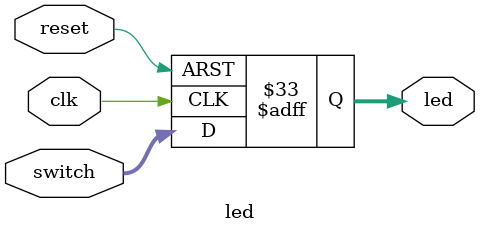
<source format=v>
`timescale 1ns / 1ps


module led(
    input clk,
    input reset,
    input [7:0] switch,
    output reg [7:0] led
    );

    /*狀態*/
    parameter Green = 2'd0, Yellow = 2'd1, Red = 2'd2;
    reg [1:0] current_state, next_state;
    /*狀態*/
    /*自訂變數*/
    reg [4:0] timer;
    reg [24:0] counter; //除頻用(數到16666650)
    /*自訂變數*/
    
    //nextstate logic
    always @(*) begin
        case (current_state)
            Green:
            begin
                if(timer == 0)
                begin
                    next_state = Yellow;
                end
                else
                begin
                    next_state = Green;
                end
            end 
            Yellow:
            begin
                if(timer == 0)
                begin
                    next_state = Red;
                end
                else
                begin
                    next_state = Yellow;
                end
            end 
            Red:
            begin
                if(timer == 0)
                begin
                    next_state = Green;
                end
                else
                begin
                    next_state = Red;
                end
            end 
            default: next_state = Green;
        endcase
    end

    //state register
    always @(posedge clk or posedge reset) begin
        if(reset)
        begin
            current_state <= Green;
        end
        else
        begin
            current_state <= next_state;
        end
    end

    //LED
     always@(posedge clk or posedge reset)begin
           if(reset)begin
               led <= 0;
           end
           else begin
               led <= switch;
           end
      end
      
    
endmodule

</source>
